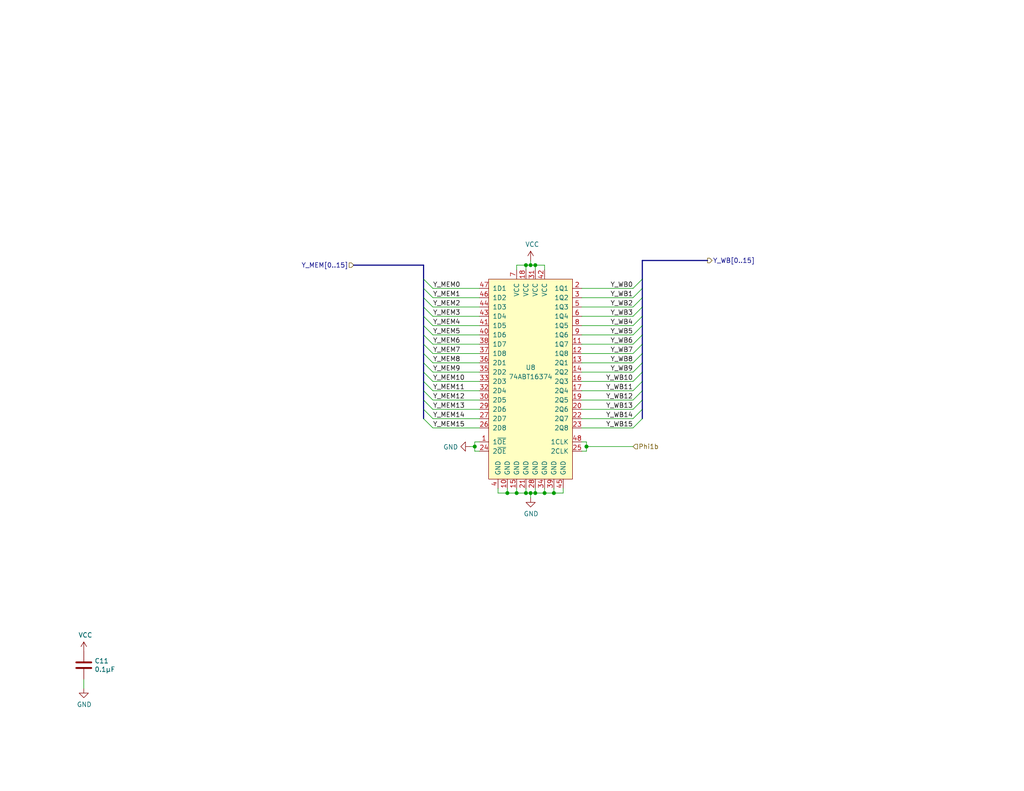
<source format=kicad_sch>
(kicad_sch (version 20250114) (generator "eeschema") (generator_version "9.0")
  (paper "USLetter")
  (title_block (title "ALU Result Register MEM/WB") (date "2023-11-07") (rev "D"))
  (lib_symbols
    (symbol "74xx (kicad5):74ABT16374" (pin_names (offset 1.016))
      (property "Reference" "U" (at 0 1.27 0))
      (property "Value" "74ABT16374" (at 0 -1.27 0))
      (symbol "74ABT16374_0_0"
        (pin input line (at -13.97 21.59 0) (length 2.54) (name "1D1") (number "47"))
        (pin input line (at -13.97 19.05 0) (length 2.54) (name "1D2") (number "46"))
        (pin input line (at -13.97 16.51 0) (length 2.54) (name "1D3") (number "44"))
        (pin input line (at -13.97 13.97 0) (length 2.54) (name "1D4") (number "43"))
        (pin input line (at -13.97 11.43 0) (length 2.54) (name "1D5") (number "41"))
        (pin input line (at -13.97 8.89 0) (length 2.54) (name "1D6") (number "40"))
        (pin input line (at -13.97 6.35 0) (length 2.54) (name "1D7") (number "38"))
        (pin input line (at -13.97 3.81 0) (length 2.54) (name "1D8") (number "37"))
        (pin input line (at -13.97 1.27 0) (length 2.54) (name "2D1") (number "36"))
        (pin input line (at -13.97 -1.27 0) (length 2.54) (name "2D2") (number "35"))
        (pin input line (at -13.97 -3.81 0) (length 2.54) (name "2D3") (number "33"))
        (pin input line (at -13.97 -6.35 0) (length 2.54) (name "2D4") (number "32"))
        (pin input line (at -13.97 -8.89 0) (length 2.54) (name "2D5") (number "30"))
        (pin input line (at -13.97 -11.43 0) (length 2.54) (name "2D6") (number "29"))
        (pin input line (at -13.97 -13.97 0) (length 2.54) (name "2D7") (number "27"))
        (pin input line (at -13.97 -16.51 0) (length 2.54) (name "2D8") (number "26"))
        (pin input line (at -13.97 -20.32 0) (length 2.54) (name "1~{OE}") (number "1"))
        (pin input line (at -13.97 -22.86 0) (length 2.54) (name "2~{OE}") (number "24"))
        (pin power_in line (at -8.89 -33.02 90) (length 2.54) (name "GND") (number "4"))
        (pin power_in line (at -6.35 -33.02 90) (length 2.54) (name "GND") (number "10"))
        (pin power_in line (at -3.81 26.67 270) (length 2.54) (name "VCC") (number "7"))
        (pin power_in line (at -3.81 -33.02 90) (length 2.54) (name "GND") (number "15"))
        (pin power_in line (at -1.27 26.67 270) (length 2.54) (name "VCC") (number "18"))
        (pin power_in line (at -1.27 -33.02 90) (length 2.54) (name "GND") (number "21"))
        (pin power_in line (at 1.27 26.67 270) (length 2.54) (name "VCC") (number "31"))
        (pin power_in line (at 1.27 -33.02 90) (length 2.54) (name "GND") (number "28"))
        (pin power_in line (at 3.81 26.67 270) (length 2.54) (name "VCC") (number "42"))
        (pin power_in line (at 3.81 -33.02 90) (length 2.54) (name "GND") (number "34"))
        (pin power_in line (at 6.35 -33.02 90) (length 2.54) (name "GND") (number "39"))
        (pin power_in line (at 8.89 -33.02 90) (length 2.54) (name "GND") (number "45"))
        (pin tri_state line (at 13.97 21.59 180) (length 2.54) (name "1Q1") (number "2"))
        (pin tri_state line (at 13.97 19.05 180) (length 2.54) (name "1Q2") (number "3"))
        (pin tri_state line (at 13.97 16.51 180) (length 2.54) (name "1Q3") (number "5"))
        (pin tri_state line (at 13.97 13.97 180) (length 2.54) (name "1Q4") (number "6"))
        (pin tri_state line (at 13.97 11.43 180) (length 2.54) (name "1Q5") (number "8"))
        (pin tri_state line (at 13.97 8.89 180) (length 2.54) (name "1Q6") (number "9"))
        (pin tri_state line (at 13.97 6.35 180) (length 2.54) (name "1Q7") (number "11"))
        (pin tri_state line (at 13.97 3.81 180) (length 2.54) (name "1Q8") (number "12"))
        (pin tri_state line (at 13.97 1.27 180) (length 2.54) (name "2Q1") (number "13"))
        (pin tri_state line (at 13.97 -1.27 180) (length 2.54) (name "2Q2") (number "14"))
        (pin tri_state line (at 13.97 -3.81 180) (length 2.54) (name "2Q3") (number "16"))
        (pin tri_state line (at 13.97 -6.35 180) (length 2.54) (name "2Q4") (number "17"))
        (pin tri_state line (at 13.97 -8.89 180) (length 2.54) (name "2Q5") (number "19"))
        (pin tri_state line (at 13.97 -11.43 180) (length 2.54) (name "2Q6") (number "20"))
        (pin tri_state line (at 13.97 -13.97 180) (length 2.54) (name "2Q7") (number "22"))
        (pin tri_state line (at 13.97 -16.51 180) (length 2.54) (name "2Q8") (number "23"))
        (pin input line (at 13.97 -20.32 180) (length 2.54) (name "1CLK") (number "48"))
        (pin input line (at 13.97 -22.86 180) (length 2.54) (name "2CLK") (number "25"))
      )
      (symbol "74ABT16374_0_1"
        (rectangle (start -11.43 24.13) (end 11.43 -30.48) (fill (type background)))
      )
    )
    (symbol "Device:C" (pin_numbers (hide yes)) (pin_names (offset 0.254))
      (property "Reference" "C" (at 0.635 2.54 0))
      (property "Value" "C" (at 0.635 -2.54 0))
      (symbol "C_0_1"
        (polyline (pts (xy -2.032 0.762) (xy 2.032 0.762)) (stroke (width 0.508)))
        (polyline (pts (xy -2.032 -0.762) (xy 2.032 -0.762)) (stroke (width 0.508)))
      )
      (symbol "C_1_1"
        (pin passive line (at 0 3.81 270) (length 2.794) (name "~") (number "1"))
        (pin passive line (at 0 -3.81 90) (length 2.794) (name "~") (number "2"))
      )
    )
    (symbol "power:GND" (power) (pin_names (offset 0))
      (property "Value" "GND" (at 0 -3.81 0))
      (symbol "GND_0_1"
        (polyline (pts (xy 0 0) (xy 0 -1.27) (xy 1.27 -1.27) (xy 0 -2.54) (xy -1.27 -1.27) (xy 0 -1.27)))
      )
      (symbol "GND_1_1"
        (pin power_in line (at 0 0 270) (length 0) (hide yes) (name "GND") (number "1"))
      )
    )
    (symbol "power:VCC" (power) (pin_names (offset 0))
      (property "Value" "VCC" (at 0 3.81 0))
      (symbol "VCC_0_1"
        (polyline (pts (xy -0.762 1.27) (xy 0 2.54)))
        (polyline (pts (xy 0 2.54) (xy 0.762 1.27)))
        (polyline (pts (xy 0 0) (xy 0 2.54)))
      )
      (symbol "VCC_1_1"
        (pin power_in line (at 0 0 90) (length 0) (hide yes) (name "VCC") (number "1"))
      )
    )
  )
  (junction (at 138.43 134.62))
  (junction (at 143.51 134.62))
  (junction (at 140.97 134.62))
  (junction (at 160.02 121.92))
  (junction (at 146.05 72.39))
  (junction (at 146.05 134.62))
  (junction (at 151.13 134.62))
  (junction (at 144.78 72.39))
  (junction (at 148.59 134.62))
  (junction (at 144.78 134.62))
  (junction (at 129.54 121.92))
  (junction (at 143.51 72.39))
  (bus_entry (at 115.57 114.3) (size 2.54 2.54))
  (bus_entry (at 115.57 109.22) (size 2.54 2.54))
  (bus_entry (at 115.57 93.98) (size 2.54 2.54))
  (bus_entry (at 115.57 81.28) (size 2.54 2.54))
  (bus_entry (at 175.26 111.76) (size -2.54 2.54))
  (bus_entry (at 115.57 104.14) (size 2.54 2.54))
  (bus_entry (at 175.26 114.3) (size -2.54 2.54))
  (bus_entry (at 115.57 78.74) (size 2.54 2.54))
  (bus_entry (at 175.26 106.68) (size -2.54 2.54))
  (bus_entry (at 175.26 109.22) (size -2.54 2.54))
  (bus_entry (at 175.26 96.52) (size -2.54 2.54))
  (bus_entry (at 175.26 78.74) (size -2.54 2.54))
  (bus_entry (at 175.26 91.44) (size -2.54 2.54))
  (bus_entry (at 175.26 88.9) (size -2.54 2.54))
  (bus_entry (at 115.57 88.9) (size 2.54 2.54))
  (bus_entry (at 175.26 83.82) (size -2.54 2.54))
  (bus_entry (at 115.57 86.36) (size 2.54 2.54))
  (bus_entry (at 175.26 76.2) (size -2.54 2.54))
  (bus_entry (at 115.57 83.82) (size 2.54 2.54))
  (bus_entry (at 115.57 76.2) (size 2.54 2.54))
  (bus_entry (at 175.26 86.36) (size -2.54 2.54))
  (bus_entry (at 175.26 81.28) (size -2.54 2.54))
  (bus_entry (at 175.26 101.6) (size -2.54 2.54))
  (bus_entry (at 175.26 104.14) (size -2.54 2.54))
  (bus_entry (at 115.57 96.52) (size 2.54 2.54))
  (bus_entry (at 175.26 93.98) (size -2.54 2.54))
  (bus_entry (at 115.57 91.44) (size 2.54 2.54))
  (bus_entry (at 115.57 106.68) (size 2.54 2.54))
  (bus_entry (at 115.57 101.6) (size 2.54 2.54))
  (bus_entry (at 115.57 99.06) (size 2.54 2.54))
  (bus_entry (at 115.57 111.76) (size 2.54 2.54))
  (bus_entry (at 175.26 99.06) (size -2.54 2.54))
  (wire (pts (xy 118.11 88.9) (xy 130.81 88.9)))
  (wire (pts (xy 118.11 86.36) (xy 130.81 86.36)))
  (wire (pts (xy 160.02 121.92) (xy 160.02 123.19)))
  (bus (pts (xy 115.57 78.74) (xy 115.57 81.28)))
  (wire (pts (xy 129.54 121.92) (xy 129.54 123.19)))
  (wire (pts (xy 172.72 111.76) (xy 158.75 111.76)))
  (wire (pts (xy 153.67 134.62) (xy 153.67 133.35)))
  (wire (pts (xy 138.43 134.62) (xy 140.97 134.62)))
  (bus (pts (xy 115.57 93.98) (xy 115.57 96.52)))
  (bus (pts (xy 115.57 88.9) (xy 115.57 91.44)))
  (bus (pts (xy 115.57 86.36) (xy 115.57 88.9)))
  (wire (pts (xy 143.51 133.35) (xy 143.51 134.62)))
  (bus (pts (xy 115.57 106.68) (xy 115.57 109.22)))
  (wire (pts (xy 129.54 121.92) (xy 128.27 121.92)))
  (wire (pts (xy 160.02 120.65) (xy 160.02 121.92)))
  (wire (pts (xy 172.72 88.9) (xy 158.75 88.9)))
  (wire (pts (xy 172.72 101.6) (xy 158.75 101.6)))
  (wire (pts (xy 140.97 133.35) (xy 140.97 134.62)))
  (wire (pts (xy 148.59 72.39) (xy 148.59 73.66)))
  (wire (pts (xy 172.72 83.82) (xy 158.75 83.82)))
  (wire (pts (xy 144.78 71.12) (xy 144.78 72.39)))
  (bus (pts (xy 175.26 78.74) (xy 175.26 81.28)))
  (bus (pts (xy 115.57 76.2) (xy 115.57 78.74)))
  (wire (pts (xy 143.51 134.62) (xy 144.78 134.62)))
  (bus (pts (xy 175.26 91.44) (xy 175.26 93.98)))
  (wire (pts (xy 172.72 104.14) (xy 158.75 104.14)))
  (wire (pts (xy 148.59 133.35) (xy 148.59 134.62)))
  (bus (pts (xy 115.57 101.6) (xy 115.57 104.14)))
  (wire (pts (xy 138.43 133.35) (xy 138.43 134.62)))
  (bus (pts (xy 96.52 72.39) (xy 115.57 72.39)))
  (bus (pts (xy 175.26 71.12) (xy 175.26 76.2)))
  (wire (pts (xy 118.11 96.52) (xy 130.81 96.52)))
  (wire (pts (xy 172.72 99.06) (xy 158.75 99.06)))
  (wire (pts (xy 135.89 134.62) (xy 138.43 134.62)))
  (bus (pts (xy 175.26 81.28) (xy 175.26 83.82)))
  (wire (pts (xy 118.11 106.68) (xy 130.81 106.68)))
  (wire (pts (xy 118.11 104.14) (xy 130.81 104.14)))
  (bus (pts (xy 175.26 88.9) (xy 175.26 91.44)))
  (wire (pts (xy 118.11 111.76) (xy 130.81 111.76)))
  (bus (pts (xy 175.26 99.06) (xy 175.26 101.6)))
  (wire (pts (xy 118.11 101.6) (xy 130.81 101.6)))
  (wire (pts (xy 172.72 93.98) (xy 158.75 93.98)))
  (wire (pts (xy 146.05 133.35) (xy 146.05 134.62)))
  (wire (pts (xy 172.72 116.84) (xy 158.75 116.84)))
  (wire (pts (xy 140.97 72.39) (xy 143.51 72.39)))
  (wire (pts (xy 172.72 81.28) (xy 158.75 81.28)))
  (bus (pts (xy 193.04 71.12) (xy 175.26 71.12)))
  (wire (pts (xy 172.72 109.22) (xy 158.75 109.22)))
  (wire (pts (xy 172.72 86.36) (xy 158.75 86.36)))
  (wire (pts (xy 151.13 134.62) (xy 153.67 134.62)))
  (wire (pts (xy 172.72 96.52) (xy 158.75 96.52)))
  (wire (pts (xy 143.51 73.66) (xy 143.51 72.39)))
  (bus (pts (xy 115.57 91.44) (xy 115.57 93.98)))
  (wire (pts (xy 118.11 93.98) (xy 130.81 93.98)))
  (wire (pts (xy 146.05 72.39) (xy 148.59 72.39)))
  (bus (pts (xy 115.57 104.14) (xy 115.57 106.68)))
  (wire (pts (xy 172.72 114.3) (xy 158.75 114.3)))
  (wire (pts (xy 118.11 114.3) (xy 130.81 114.3)))
  (wire (pts (xy 172.72 106.68) (xy 158.75 106.68)))
  (bus (pts (xy 175.26 83.82) (xy 175.26 86.36)))
  (bus (pts (xy 115.57 96.52) (xy 115.57 99.06)))
  (wire (pts (xy 146.05 134.62) (xy 148.59 134.62)))
  (wire (pts (xy 146.05 73.66) (xy 146.05 72.39)))
  (wire (pts (xy 160.02 123.19) (xy 158.75 123.19)))
  (wire (pts (xy 140.97 134.62) (xy 143.51 134.62)))
  (bus (pts (xy 175.26 86.36) (xy 175.26 88.9)))
  (wire (pts (xy 129.54 120.65) (xy 129.54 121.92)))
  (wire (pts (xy 118.11 81.28) (xy 130.81 81.28)))
  (wire (pts (xy 118.11 91.44) (xy 130.81 91.44)))
  (wire (pts (xy 144.78 72.39) (xy 146.05 72.39)))
  (wire (pts (xy 140.97 73.66) (xy 140.97 72.39)))
  (bus (pts (xy 175.26 104.14) (xy 175.26 106.68)))
  (wire (pts (xy 151.13 133.35) (xy 151.13 134.62)))
  (wire (pts (xy 172.72 91.44) (xy 158.75 91.44)))
  (bus (pts (xy 115.57 99.06) (xy 115.57 101.6)))
  (wire (pts (xy 160.02 121.92) (xy 172.72 121.92)))
  (wire (pts (xy 135.89 133.35) (xy 135.89 134.62)))
  (bus (pts (xy 175.26 106.68) (xy 175.26 109.22)))
  (bus (pts (xy 175.26 101.6) (xy 175.26 104.14)))
  (wire (pts (xy 143.51 72.39) (xy 144.78 72.39)))
  (wire (pts (xy 118.11 109.22) (xy 130.81 109.22)))
  (wire (pts (xy 144.78 134.62) (xy 146.05 134.62)))
  (wire (pts (xy 118.11 116.84) (xy 130.81 116.84)))
  (wire (pts (xy 144.78 134.62) (xy 144.78 135.89)))
  (bus (pts (xy 115.57 109.22) (xy 115.57 111.76)))
  (bus (pts (xy 175.26 93.98) (xy 175.26 96.52)))
  (wire (pts (xy 130.81 120.65) (xy 129.54 120.65)))
  (bus (pts (xy 175.26 111.76) (xy 175.26 114.3)))
  (bus (pts (xy 115.57 81.28) (xy 115.57 83.82)))
  (wire (pts (xy 172.72 78.74) (xy 158.75 78.74)))
  (bus (pts (xy 115.57 72.39) (xy 115.57 76.2)))
  (wire (pts (xy 118.11 83.82) (xy 130.81 83.82)))
  (wire (pts (xy 129.54 123.19) (xy 130.81 123.19)))
  (bus (pts (xy 115.57 111.76) (xy 115.57 114.3)))
  (wire (pts (xy 22.86 187.96) (xy 22.86 185.42)))
  (bus (pts (xy 115.57 83.82) (xy 115.57 86.36)))
  (bus (pts (xy 175.26 96.52) (xy 175.26 99.06)))
  (bus (pts (xy 175.26 109.22) (xy 175.26 111.76)))
  (wire (pts (xy 118.11 78.74) (xy 130.81 78.74)))
  (wire (pts (xy 118.11 99.06) (xy 130.81 99.06)))
  (bus (pts (xy 175.26 76.2) (xy 175.26 78.74)))
  (wire (pts (xy 148.59 134.62) (xy 151.13 134.62)))
  (wire (pts (xy 158.75 120.65) (xy 160.02 120.65)))
  (label "Y_WB9" (at 172.72 101.6 180))
  (label "Y_WB14" (at 172.72 114.3 180))
  (label "Y_WB7" (at 172.72 96.52 180))
  (label "Y_WB4" (at 172.72 88.9 180))
  (label "Y_WB10" (at 172.72 104.14 180))
  (label "Y_MEM13" (at 118.11 111.76 0))
  (label "Y_MEM4" (at 118.11 88.9 0))
  (label "Y_WB12" (at 172.72 109.22 180))
  (label "Y_WB0" (at 172.72 78.74 180))
  (label "Y_MEM8" (at 118.11 99.06 0))
  (label "Y_MEM7" (at 118.11 96.52 0))
  (label "Y_WB13" (at 172.72 111.76 180))
  (label "Y_WB6" (at 172.72 93.98 180))
  (label "Y_MEM15" (at 118.11 116.84 0))
  (label "Y_MEM5" (at 118.11 91.44 0))
  (label "Y_WB8" (at 172.72 99.06 180))
  (label "Y_WB3" (at 172.72 86.36 180))
  (label "Y_MEM2" (at 118.11 83.82 0))
  (label "Y_MEM9" (at 118.11 101.6 0))
  (label "Y_MEM14" (at 118.11 114.3 0))
  (label "Y_WB15" (at 172.72 116.84 180))
  (label "Y_MEM10" (at 118.11 104.14 0))
  (label "Y_WB5" (at 172.72 91.44 180))
  (label "Y_MEM12" (at 118.11 109.22 0))
  (label "Y_MEM6" (at 118.11 93.98 0))
  (label "Y_WB1" (at 172.72 81.28 180))
  (label "Y_MEM11" (at 118.11 106.68 0))
  (label "Y_WB11" (at 172.72 106.68 180))
  (label "Y_MEM0" (at 118.11 78.74 0))
  (label "Y_MEM1" (at 118.11 81.28 0))
  (label "Y_WB2" (at 172.72 83.82 180))
  (label "Y_MEM3" (at 118.11 86.36 0))
  (hierarchical_label "Y_MEM[0..15]" (shape input) (at 96.52 72.39 180))
  (hierarchical_label "Phi1b" (shape input) (at 172.72 121.92 0))
  (hierarchical_label "Y_WB[0..15]" (shape output) (at 193.04 71.12 0))
  (symbol (lib_id "Device:C") (at 22.86 181.61 0) (unit 1)
    (property "Reference" "C11" (at 25.781 180.4416 0) (effects (justify left)))
    (property "Value" "0.1μF" (at 25.781 182.753 0) (effects (justify left)))
    (property "Footprint" "Capacitor_SMD:C_0603_1608Metric_Pad1.08x0.95mm_HandSolder" (effects (hide yes)))
    (property "Mouser" "https://www.mouser.com/ProductDetail/963-EMK107B7104KAHT" (effects (hide yes)))
  )
  (symbol (lib_id "power:VCC") (at 22.86 177.8 0) (unit 1)
    (property "Reference" "#PWR0130" (effects (hide yes)))
    (property "Value" "VCC" (at 23.2918 173.4058 0))
  )
  (symbol (lib_id "power:GND") (at 22.86 187.96 0) (unit 1)
    (property "Reference" "#PWR0131" (effects (hide yes)))
    (property "Value" "GND" (at 22.987 192.3542 0))
  )
  (symbol (lib_id "power:GND") (at 128.27 121.92 270) (unit 1)
    (property "Reference" "#PWR0132" (effects (hide yes)))
    (property "Value" "GND" (at 125.0188 122.047 90) (effects (justify right)))
  )
  (symbol (lib_id "power:VCC") (at 144.78 71.12 0) (unit 1)
    (property "Reference" "#PWR0133" (effects (hide yes)))
    (property "Value" "VCC" (at 145.2118 66.7258 0))
  )
  (symbol (lib_id "power:GND") (at 144.78 135.89 0) (unit 1)
    (property "Reference" "#PWR0134" (effects (hide yes)))
    (property "Value" "GND" (at 144.907 140.2842 0))
  )
  (symbol (lib_id "74xx (kicad5):74ABT16374") (at 144.78 100.33 0) (unit 1)
    (property "Reference" "U8" (at 144.78 100.33 0))
    (property "Value" "74ABT16374" (at 144.78 102.87 0))
    (property "Footprint" "Package_SO:TSSOP-48_6.1x12.5mm_P0.5mm" (effects (hide yes)))
    (property "Datasheet" "https://www.ti.com/lit/ds/symlink/sn74abt16374a.pdf?HQS=dis-mous-null-mousermode-dsf-pf-null-wwe&ts=1617318801237" (effects (hide yes)))
    (property "Mouser" "https://www.mouser.com/ProductDetail/Texas-Instruments/SN74ABT16374ADGGR?qs=%2Fha2pyFadui8Wf%2F61v2joCyY9bOa3peBR5btn0VUHs8%3D" (effects (hide yes)))
  )
)
</source>
